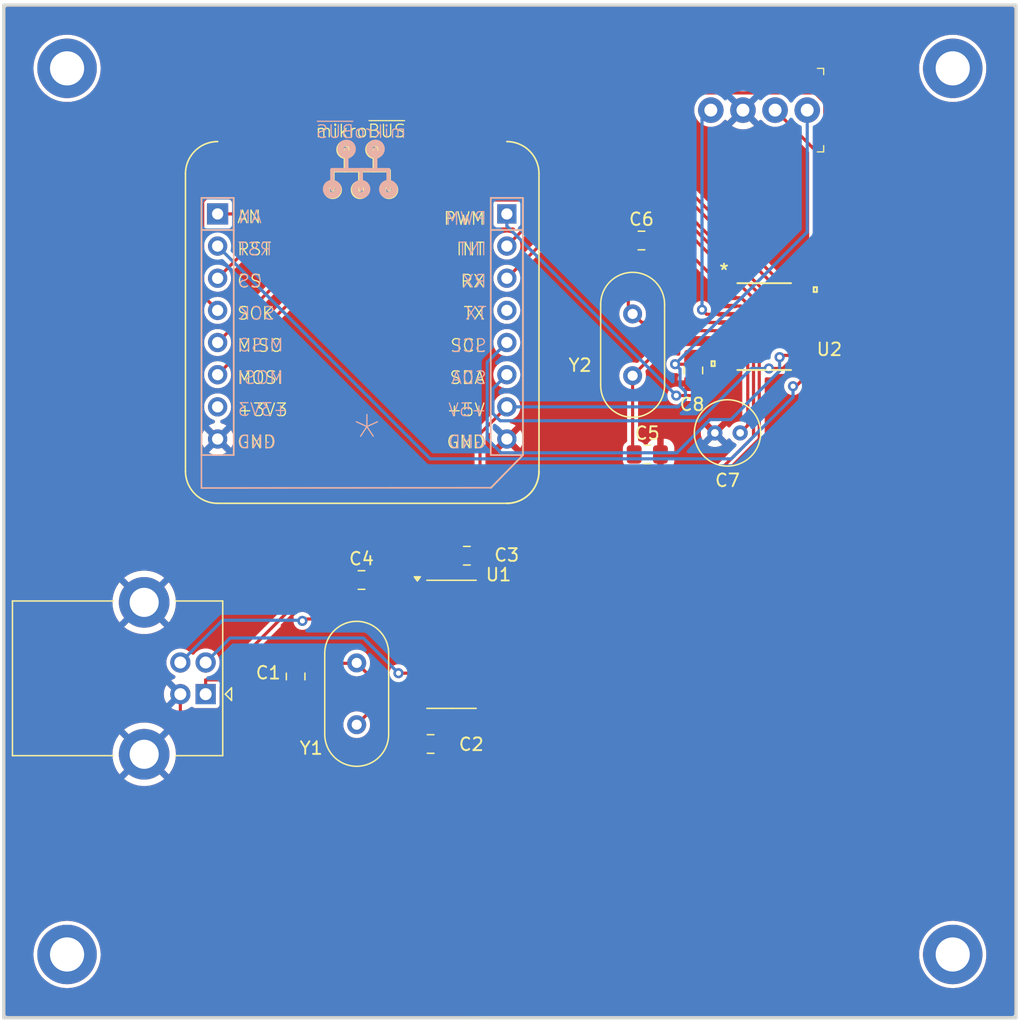
<source format=kicad_pcb>
(kicad_pcb (version 20240108) (generator "pcbnew") (generator_version "8.0")
  (layers (0 "F.Cu" signal) (31 "B.Cu" signal) (34 "B.Paste" user) (35 "F.Paste" user) (36 "B.SilkS" user "B.Silkscreen") (37 "F.SilkS" user "F.Silkscreen") (38 "B.Mask" user) (39 "F.Mask" user) (44 "Edge.Cuts" user))
  (net 0 "")
  (net 1 "Net-(U1-XI)")
  (net 2 "GND")
  (net 3 "Net-(P1-VBUS)")
  (net 4 "Net-(U1-V3)")
  (net 5 "Net-(U2-PA2{slash}OSCOUT)")
  (net 6 "Net-(U2-PA1{slash}OSCIN)")
  (net 7 "Net-(U2-VCAP)")
  (net 8 "Net-(P1-D+)")
  (net 9 "Net-(P1-D-)")
  (net 10 "Net-(P2-MOSI)")
  (net 11 "Net-(P2-RX)")
  (net 13 "Net-(P2-INT)")
  (net 14 "Net-(P2-PWM)")
  (net 15 "Net-(P2-SCK)")
  (net 16 "Net-(P2-MISO)")
  (net 17 "Net-(P2-CS)")
  (net 18 "Net-(P2-SCL)")
  (net 19 "Net-(P2-RST)")
  (net 20 "Net-(P2-AN)")
  (net 22 "Net-(P2-SDA)")
  (net 23 "Net-(U2-PD1{slash}SWIM)")
  (net 24 "Net-(U2-NRST)")
  (net 28 "Net-(U1-TXD)")
  (net 30 "Net-(U1-RXD)")
  (footprint "Capacitor_THT:C_Radial_D5.0mm_H5.0mm_P2.00mm" (layer "F.Cu") (at 188.2 103.8 180)
    (property "Reference" "C7" (at 1 -3.75 180) (layer "F.SilkS"))
    (property "Value" "2.2uF")
    (fp_circle (center 1 0) (end 3.62 0) (stroke (width 0.12)) (fill none) (layer "F.SilkS"))
    (pad "1" thru_hole circle (at 0 0 180) (size 1.2 1.2) (drill 0.6) (layers "*.Cu" "*.Mask") (net 7 "Net-(U2-VCAP)"))
    (pad "2" thru_hole circle (at 2 0 180) (size 1.2 1.2) (drill 0.6) (layers "*.Cu" "*.Mask") (net 2 "GND"))
  )
  (footprint "Capacitor_SMD:C_0805_2012Metric_Pad1.18x1.45mm_HandSolder" (layer "F.Cu") (at 180.862 105.5)
    (property "Reference" "C5" (at 0 -1.68 0) (layer "F.SilkS"))
    (property "Value" "22pF")
    (fp_line (start -0.261252 -0.735) (end 0.261252 -0.735) (stroke (width 0.12)) (layer "F.SilkS"))
    (fp_line (start -0.261252 0.735) (end 0.261252 0.735) (stroke (width 0.12)) (layer "F.SilkS"))
    (pad "1" smd roundrect (at -1.0375 0) (size 1.175 1.45) (layers "F.Cu" "F.Paste" "F.Mask") (roundrect_rratio 0.212766) (net 5 "Net-(U2-PA2{slash}OSCOUT)"))
    (pad "2" smd roundrect (at 1.0375 0) (size 1.175 1.45) (layers "F.Cu" "F.Paste" "F.Mask") (roundrect_rratio 0.212766) (net 2 "GND"))
  )
  (footprint "Capacitor_SMD:C_0805_2012Metric_Pad1.18x1.45mm_HandSolder" (layer "F.Cu") (at 180.4 88.6)
    (property "Reference" "C6" (at 0 -1.68 0) (layer "F.SilkS"))
    (property "Value" "22pF")
    (fp_line (start -0.261252 -0.735) (end 0.261252 -0.735) (stroke (width 0.12)) (layer "F.SilkS"))
    (fp_line (start -0.261252 0.735) (end 0.261252 0.735) (stroke (width 0.12)) (layer "F.SilkS"))
    (pad "1" smd roundrect (at -1.0375 0) (size 1.175 1.45) (layers "F.Cu" "F.Paste" "F.Mask") (roundrect_rratio 0.212766) (net 6 "Net-(U2-PA1{slash}OSCIN)"))
    (pad "2" smd roundrect (at 1.0375 0) (size 1.175 1.45) (layers "F.Cu" "F.Paste" "F.Mask") (roundrect_rratio 0.212766) (net 2 "GND"))
  )
  (footprint "Crystal:Crystal_HC49-4H_Vertical" (layer "F.Cu") (at 179.7 94.4 -90)
    (property "Reference" "Y2" (at 4.05 4.15 0) (layer "F.SilkS"))
    (property "Value" "16Mhz")
    (fp_line (start -0.76 2.525) (end 5.64 2.525) (stroke (width 0.12)) (layer "F.SilkS"))
    (fp_line (start -0.76 -2.525) (end 5.64 -2.525) (stroke (width 0.12)) (layer "F.SilkS"))
    (fp_arc (start -0.76 2.525) (mid -3.285 0) (end -0.76 -2.525) (stroke (width 0.12)) (layer "F.SilkS"))
    (fp_arc (start 5.64 -2.525) (mid 8.165 0) (end 5.64 2.525) (stroke (width 0.12)) (layer "F.SilkS"))
    (pad "1" thru_hole circle (at 0 0 270) (size 1.5 1.5) (drill 0.8) (layers "*.Cu" "*.Mask") (net 6 "Net-(U2-PA1{slash}OSCIN)"))
    (pad "2" thru_hole circle (at 4.88 0 270) (size 1.5 1.5) (drill 0.8) (layers "*.Cu" "*.Mask") (net 5 "Net-(U2-PA2{slash}OSCOUT)"))
  )
  (footprint "digikey-footprints:PinHeader_1x4_P2.54mm_Drill1.02mm" (layer "F.Cu") (at 193.5 78.3 180)
    (property "Reference" "P3" (hide yes))
    (property "Value" "SWIM")
    (fp_line (start -1.3 3.3) (end -0.8 3.3) (stroke (width 0.1)) (layer "F.SilkS"))
    (fp_line (start -1.3 3.3) (end -1.3 2.8) (stroke (width 0.1)) (layer "F.SilkS"))
    (fp_line (start -1.3 -3.3) (end -0.8 -3.3) (stroke (width 0.1)) (layer "F.SilkS"))
    (fp_line (start -1.3 -3.3) (end -1.3 -2.8) (stroke (width 0.1)) (layer "F.SilkS"))
    (pad "1" thru_hole circle (at 0 0 180) (size 2.02 2.02) (drill 1.02) (layers "*.Cu" "*.Mask") (net 3 "Net-(P1-VBUS)"))
    (pad "2" thru_hole circle (at 2.54 0 180) (size 2.02 2.02) (drill 1.02) (layers "*.Cu" "*.Mask") (net 23 "Net-(U2-PD1{slash}SWIM)"))
    (pad "3" thru_hole circle (at 5.08 0 180) (size 2.02 2.02) (drill 1.02) (layers "*.Cu" "*.Mask") (net 2 "GND"))
    (pad "4" thru_hole circle (at 7.62 0 180) (size 2.02 2.02) (drill 1.02) (layers "*.Cu" "*.Mask") (net 24 "Net-(U2-NRST)"))
  )
  (footprint "catu:STM8S103F2P6" (layer "F.Cu") (at 190.1 95.4)
    (property "Reference" "U2" (at 5.15 1.8 0) (layer "F.SilkS"))
    (property "Value" "TSSOP20" (hide yes))
    (fp_line (start -4.1656 2.734498) (end -4.1656 3.115498) (stroke (width 0.1524)) (layer "F.SilkS"))
    (fp_line (start -4.1656 3.115498) (end -3.9116 3.115498) (stroke (width 0.1524)) (layer "F.SilkS"))
    (fp_line (start -3.9116 2.734498) (end -4.1656 2.734498) (stroke (width 0.1524)) (layer "F.SilkS"))
    (fp_line (start -3.9116 3.115498) (end -3.9116 2.734498) (stroke (width 0.1524)) (layer "F.SilkS"))
    (fp_line (start -2.118764 3.429) (end 2.118751 3.429) (stroke (width 0.1524)) (layer "F.SilkS"))
    (fp_line (start 2.118764 -3.429) (end -2.118751 -3.429) (stroke (width 0.1524)) (layer "F.SilkS"))
    (fp_line (start 3.9116 -3.115498) (end 4.1656 -3.115498) (stroke (width 0.1524)) (layer "F.SilkS"))
    (fp_line (start 3.9116 -2.734498) (end 3.9116 -3.115498) (stroke (width 0.1524)) (layer "F.SilkS"))
    (fp_line (start 4.1656 -3.115498) (end 4.1656 -2.734498) (stroke (width 0.1524)) (layer "F.SilkS"))
    (fp_line (start 4.1656 -2.734498) (end 3.9116 -2.734498) (stroke (width 0.1524)) (layer "F.SilkS"))
    (fp_text user "*" (at -3.175 -4.423601 0) (layer "F.SilkS"))
    (pad "1" smd rect (at -2.921 -2.925) (size 1.4732 0.3556) (layers "F.Cu" "F.Paste" "F.Mask") (net 11 "Net-(P2-RX)"))
    (pad "2" smd rect (at -2.921 -2.274999) (size 1.4732 0.3556) (layers "F.Cu" "F.Paste" "F.Mask") (net 30 "Net-(U1-RXD)"))
    (pad "3" smd rect (at -2.921 -1.625001) (size 1.4732 0.3556) (layers "F.Cu" "F.Paste" "F.Mask") (net 28 "Net-(U1-TXD)"))
    (pad "4" smd rect (at -2.921 -0.974999) (size 1.4732 0.3556) (layers "F.Cu" "F.Paste" "F.Mask") (net 24 "Net-(U2-NRST)"))
    (pad "5" smd rect (at -2.921 -0.325001) (size 1.4732 0.3556) (layers "F.Cu" "F.Paste" "F.Mask") (net 6 "Net-(U2-PA1{slash}OSCIN)"))
    (pad "6" smd rect (at -2.921 0.324998) (size 1.4732 0.3556) (layers "F.Cu" "F.Paste" "F.Mask") (net 5 "Net-(U2-PA2{slash}OSCOUT)"))
    (pad "7" smd rect (at -2.921 0.974999) (size 1.4732 0.3556) (layers "F.Cu" "F.Paste" "F.Mask") (net 2 "GND"))
    (pad "8" smd rect (at -2.921 1.624998) (size 1.4732 0.3556) (layers "F.Cu" "F.Paste" "F.Mask") (net 7 "Net-(U2-VCAP)"))
    (pad "9" smd rect (at -2.921 2.274999) (size 1.4732 0.3556) (layers "F.Cu" "F.Paste" "F.Mask") (net 3 "Net-(P1-VBUS)"))
    (pad "10" smd rect (at -2.921 2.924998) (size 1.4732 0.3556) (layers "F.Cu" "F.Paste" "F.Mask") (net 14 "Net-(P2-PWM)"))
    (pad "11" smd rect (at 2.921 2.925) (size 1.4732 0.3556) (layers "F.Cu" "F.Paste" "F.Mask") (net 22 "Net-(P2-SDA)"))
    (pad "12" smd rect (at 2.921 2.275002) (size 1.4732 0.3556) (layers "F.Cu" "F.Paste" "F.Mask") (net 18 "Net-(P2-SCL)"))
    (pad "13" smd rect (at 2.921 1.625001) (size 1.4732 0.3556) (layers "F.Cu" "F.Paste" "F.Mask") (net 13 "Net-(P2-INT)"))
    (pad "14" smd rect (at 2.921 0.975002) (size 1.4732 0.3556) (layers "F.Cu" "F.Paste" "F.Mask") (net 19 "Net-(P2-RST)"))
    (pad "15" smd rect (at 2.921 0.325001) (size 1.4732 0.3556) (layers "F.Cu" "F.Paste" "F.Mask") (net 15 "Net-(P2-SCK)"))
    (pad "16" smd rect (at 2.921 -0.324998) (size 1.4732 0.3556) (layers "F.Cu" "F.Paste" "F.Mask") (net 10 "Net-(P2-MOSI)"))
    (pad "17" smd rect (at 2.921 -0.974999) (size 1.4732 0.3556) (layers "F.Cu" "F.Paste" "F.Mask") (net 16 "Net-(P2-MISO)"))
    (pad "18" smd rect (at 2.921 -1.624998) (size 1.4732 0.3556) (layers "F.Cu" "F.Paste" "F.Mask") (net 23 "Net-(U2-PD1{slash}SWIM)"))
    (pad "19" smd rect (at 2.921 -2.274999) (size 1.4732 0.3556) (layers "F.Cu" "F.Paste" "F.Mask") (net 17 "Net-(P2-CS)"))
    (pad "20" smd rect (at 2.921 -2.924998) (size 1.4732 0.3556) (layers "F.Cu" "F.Paste" "F.Mask") (net 20 "Net-(P2-AN)"))
  )
  (footprint "Capacitor_SMD:C_0805_2012Metric_Pad1.18x1.45mm_HandSolder" (layer "F.Cu") (at 158.273 115.419)
    (property "Reference" "C4" (at 0 -1.68 0) (layer "F.SilkS"))
    (property "Value" "0.1uF")
    (fp_line (start -0.261252 -0.735) (end 0.261252 -0.735) (stroke (width 0.12)) (layer "F.SilkS"))
    (fp_line (start -0.261252 0.735) (end 0.261252 0.735) (stroke (width 0.12)) (layer "F.SilkS"))
    (pad "1" smd roundrect (at -1.0375 0) (size 1.175 1.45) (layers "F.Cu" "F.Paste" "F.Mask") (roundrect_rratio 0.212766) (net 4 "Net-(U1-V3)"))
    (pad "2" smd roundrect (at 1.0375 0) (size 1.175 1.45) (layers "F.Cu" "F.Paste" "F.Mask") (roundrect_rratio 0.212766) (net 2 "GND"))
  )
  (footprint "Package_SO:SOIC-16_3.9x9.9mm_P1.27mm" (layer "F.Cu") (at 165.385 120.499)
    (property "Reference" "U1" (at 3.715 -5.499 0) (layer "F.SilkS"))
    (property "Value" "CH340G")
    (fp_line (start 0 -5.06) (end -1.95 -5.06) (stroke (width 0.12)) (layer "F.SilkS"))
    (fp_line (start 0 -5.06) (end 1.95 -5.06) (stroke (width 0.12)) (layer "F.SilkS"))
    (fp_line (start 0 5.06) (end -1.95 5.06) (stroke (width 0.12)) (layer "F.SilkS"))
    (fp_line (start 0 5.06) (end 1.95 5.06) (stroke (width 0.12)) (layer "F.SilkS"))
    (fp_poly (pts (xy -2.7 -5.005) (xy -2.94 -5.335) (xy -2.46 -5.335) (xy -2.7 -5.005)) (stroke (width 0.12)) (fill solid) (layer "F.SilkS"))
    (pad "1" smd roundrect (at -2.475 -4.445) (size 1.95 0.6) (layers "F.Cu" "F.Paste" "F.Mask") (net 2 "GND"))
    (pad "2" smd roundrect (at -2.475 -3.175) (size 1.95 0.6) (layers "F.Cu" "F.Paste" "F.Mask") (net 28 "Net-(U1-TXD)"))
    (pad "3" smd roundrect (at -2.475 -1.905) (size 1.95 0.6) (layers "F.Cu" "F.Paste" "F.Mask") (net 30 "Net-(U1-RXD)"))
    (pad "4" smd roundrect (at -2.475 -0.635) (size 1.95 0.6) (layers "F.Cu" "F.Paste" "F.Mask") (net 4 "Net-(U1-V3)"))
    (pad "5" smd roundrect (at -2.475 0.635) (size 1.95 0.6) (layers "F.Cu" "F.Paste" "F.Mask") (net 8 "Net-(P1-D+)"))
    (pad "6" smd roundrect (at -2.475 1.905) (size 1.95 0.6) (layers "F.Cu" "F.Paste" "F.Mask") (net 9 "Net-(P1-D-)"))
    (pad "7" smd roundrect (at -2.475 3.175) (size 1.95 0.6) (layers "F.Cu" "F.Paste" "F.Mask") (net 1 "Net-(U1-XI)"))
    (pad "8" smd roundrect (at -2.475 4.445) (size 1.95 0.6) (layers "F.Cu" "F.Paste" "F.Mask") (net 1 "Net-(U1-XI)"))
    (pad "9" smd roundrect (at 2.475 4.445) (size 1.95 0.6) (layers "F.Cu" "F.Paste" "F.Mask"))
    (pad "10" smd roundrect (at 2.475 3.175) (size 1.95 0.6) (layers "F.Cu" "F.Paste" "F.Mask"))
    (pad "11" smd roundrect (at 2.475 1.905) (size 1.95 0.6) (layers "F.Cu" "F.Paste" "F.Mask"))
    (pad "12" smd roundrect (at 2.475 0.635) (size 1.95 0.6) (layers "F.Cu" "F.Paste" "F.Mask"))
    (pad "13" smd roundrect (at 2.475 -0.635) (size 1.95 0.6) (layers "F.Cu" "F.Paste" "F.Mask"))
    (pad "14" smd roundrect (at 2.475 -1.905) (size 1.95 0.6) (layers "F.Cu" "F.Paste" "F.Mask"))
    (pad "15" smd roundrect (at 2.475 -3.175) (size 1.95 0.6) (layers "F.Cu" "F.Paste" "F.Mask"))
    (pad "16" smd roundrect (at 2.475 -4.445) (size 1.95 0.6) (layers "F.Cu" "F.Paste" "F.Mask") (net 3 "Net-(P1-VBUS)"))
  )
  (footprint "Crystal:Crystal_HC49-4H_Vertical" (layer "F.Cu") (at 157.892 126.849 90)
    (property "Reference" "Y1" (at -1.851 -3.592 180) (layer "F.SilkS"))
    (property "Value" "12Mhz")
    (fp_line (start -0.76 -2.525) (end 5.64 -2.525) (stroke (width 0.12)) (layer "F.SilkS"))
    (fp_line (start -0.76 2.525) (end 5.64 2.525) (stroke (width 0.12)) (layer "F.SilkS"))
    (fp_arc (start 5.64 -2.525) (mid 8.165 0) (end 5.64 2.525) (stroke (width 0.12)) (layer "F.SilkS"))
    (fp_arc (start -0.76 2.525) (mid -3.285 0) (end -0.76 -2.525) (stroke (width 0.12)) (layer "F.SilkS"))
    (pad "1" thru_hole circle (at 0 0 90) (size 1.5 1.5) (drill 0.8) (layers "*.Cu" "*.Mask") (net 1 "Net-(U1-XI)"))
    (pad "2" thru_hole circle (at 4.88 0 90) (size 1.5 1.5) (drill 0.8) (layers "*.Cu" "*.Mask") (net 1 "Net-(U1-XI)"))
  )
  (footprint "Capacitor_SMD:C_0805_2012Metric_Pad1.18x1.45mm_HandSolder" (layer "F.Cu") (at 166.6 113.5 180)
    (property "Reference" "C3" (at -3.15 0.05 180) (layer "F.SilkS"))
    (property "Value" "0.1uF")
    (fp_line (start -0.261252 0.735) (end 0.261252 0.735) (stroke (width 0.12)) (layer "F.SilkS"))
    (fp_line (start -0.261252 -0.735) (end 0.261252 -0.735) (stroke (width 0.12)) (layer "F.SilkS"))
    (pad "1" smd roundrect (at -1.0375 0 180) (size 1.175 1.45) (layers "F.Cu" "F.Paste" "F.Mask") (roundrect_rratio 0.212766) (net 3 "Net-(P1-VBUS)"))
    (pad "2" smd roundrect (at 1.0375 0 180) (size 1.175 1.45) (layers "F.Cu" "F.Paste" "F.Mask") (roundrect_rratio 0.212766) (net 2 "GND"))
  )
  (footprint "Capacitor_SMD:C_0805_2012Metric_Pad1.18x1.45mm_HandSolder" (layer "F.Cu") (at 163.734 128.373)
    (property "Reference" "C2" (at 3.216 0.027 0) (layer "F.SilkS"))
    (property "Value" "22pF")
    (fp_line (start -0.261252 -0.735) (end 0.261252 -0.735) (stroke (width 0.12)) (layer "F.SilkS"))
    (fp_line (start -0.261252 0.735) (end 0.261252 0.735) (stroke (width 0.12)) (layer "F.SilkS"))
    (pad "1" smd roundrect (at -1.0375 0) (size 1.175 1.45) (layers "F.Cu" "F.Paste" "F.Mask") (roundrect_rratio 0.212766) (net 1 "Net-(U1-XI)"))
    (pad "2" smd roundrect (at 1.0375 0) (size 1.175 1.45) (layers "F.Cu" "F.Paste" "F.Mask") (roundrect_rratio 0.212766) (net 2 "GND"))
  )
  (footprint "Capacitor_SMD:C_0805_2012Metric_Pad1.18x1.45mm_HandSolder" (layer "F.Cu") (at 153.066 123.039 -90)
    (property "Reference" "C1" (at -0.289 2.166 0) (layer "F.SilkS"))
    (property "Value" "22pF")
    (fp_line (start -0.261252 0.735) (end 0.261252 0.735) (stroke (width 0.12)) (layer "F.SilkS"))
    (fp_line (start -0.261252 -0.735) (end 0.261252 -0.735) (stroke (width 0.12)) (layer "F.SilkS"))
    (pad "1" smd roundrect (at -1.0375 0 270) (size 1.175 1.45) (layers "F.Cu" "F.Paste" "F.Mask") (roundrect_rratio 0.212766) (net 1 "Net-(U1-XI)"))
    (pad "2" smd roundrect (at 1.0375 0 270) (size 1.175 1.45) (layers "F.Cu" "F.Paste" "F.Mask") (roundrect_rratio 0.212766) (net 2 "GND"))
  )
  (footprint "Connector_USB:USB_B_Lumberg_2411_02_Horizontal" (layer "F.Cu") (at 145.954 124.436 180)
    (property "Reference" "P1" (hide yes))
    (property "Value" "USB_B" (hide yes))
    (fp_line (start 15.27 7.36) (end 15.27 -4.86) (stroke (width 0.12)) (layer "F.SilkS"))
    (fp_line (start 15.27 7.36) (end 7.3 7.36) (stroke (width 0.12)) (layer "F.SilkS"))
    (fp_line (start 15.27 -4.86) (end 7.3 -4.86) (stroke (width 0.12)) (layer "F.SilkS"))
    (fp_line (start -1.35 7.36) (end 2.4 7.36) (stroke (width 0.12)) (layer "F.SilkS"))
    (fp_line (start -1.35 7.36) (end -1.35 -4.86) (stroke (width 0.12)) (layer "F.SilkS"))
    (fp_line (start -1.35 -4.86) (end 2.4 -4.86) (stroke (width 0.12)) (layer "F.SilkS"))
    (fp_line (start -1.55 0) (end -2.05 -0.5) (stroke (width 0.12)) (layer "F.SilkS"))
    (fp_line (start -2.05 0.5) (end -1.55 0) (stroke (width 0.12)) (layer "F.SilkS"))
    (fp_line (start -2.05 -0.5) (end -2.05 0.5) (stroke (width 0.12)) (layer "F.SilkS"))
    (pad "1" thru_hole rect (at 0 0 270) (size 1.6 1.6) (drill 0.95) (layers "*.Cu" "*.Mask") (net 3 "Net-(P1-VBUS)"))
    (pad "2" thru_hole circle (at 0 2.5 270) (size 1.6 1.6) (drill 0.95) (layers "*.Cu" "*.Mask") (net 9 "Net-(P1-D-)"))
    (pad "3" thru_hole circle (at 2 2.5 270) (size 1.6 1.6) (drill 0.95) (layers "*.Cu" "*.Mask") (net 8 "Net-(P1-D+)"))
    (pad "4" thru_hole circle (at 2 0 270) (size 1.6 1.6) (drill 0.95) (layers "*.Cu" "*.Mask") (net 2 "GND"))
    (pad "5" thru_hole circle (at 4.86 -4.75 270) (size 4 4) (drill 2.3) (layers "*.Cu" "*.Mask") (net 2 "GND"))
    (pad "5" thru_hole circle (at 4.86 7.25 270) (size 4 4) (drill 2.3) (layers "*.Cu" "*.Mask") (net 2 "GND"))
  )
  (footprint "catu:MIKROBUS_HOST_CONN" (layer "F.Cu") (at 146.9 86.5)
    (property "Reference" "P2" (hide yes))
    (property "Value" "*" (hide yes))
    (fp_line (start -1.28 19.03) (end -1.28 21.65) (stroke (width 0.127)) (layer "B.SilkS"))
    (fp_line (start -1.28 21.65) (end 21.59 21.63) (stroke (width 0.127)) (layer "B.SilkS"))
    (fp_line (start -1.27 -1.27) (end -1.27 1.27) (stroke (width 0.127)) (layer "B.SilkS"))
    (fp_line (start -1.27 1.27) (end -1.27 19.05) (stroke (width 0.127)) (layer "B.SilkS"))
    (fp_line (start -1.27 1.27) (end 1.27 1.27) (stroke (width 0.127)) (layer "B.SilkS"))
    (fp_line (start -1.27 19.05) (end 1.27 19.05) (stroke (width 0.127)) (layer "B.SilkS"))
    (fp_line (start 1.27 -1.27) (end -1.27 -1.27) (stroke (width 0.127)) (layer "B.SilkS"))
    (fp_line (start 1.27 1.27) (end 1.27 -1.27) (stroke (width 0.127)) (layer "B.SilkS"))
    (fp_line (start 1.27 19.05) (end 1.27 1.27) (stroke (width 0.127)) (layer "B.SilkS"))
    (fp_line (start 9.049 -3.4798) (end 9.049 -1.9558) (stroke (width 0.3048)) (layer "B.SilkS"))
    (fp_line (start 10.192 -3.4798) (end 9.049 -3.4798) (stroke (width 0.3048)) (layer "B.SilkS"))
    (fp_line (start 10.192 -3.4798) (end 10.192 -5.1308) (stroke (width 0.3048)) (layer "B.SilkS"))
    (fp_line (start 11.335 -3.4798) (end 10.192 -3.4798) (stroke (width 0.3048)) (layer "B.SilkS"))
    (fp_line (start 11.335 -3.4798) (end 11.335 -1.9558) (stroke (width 0.3048)) (layer "B.SilkS"))
    (fp_line (start 12.478 -3.4798) (end 11.335 -3.4798) (stroke (width 0.3048)) (layer "B.SilkS"))
    (fp_line (start 12.478 -3.4798) (end 12.478 -5.1308) (stroke (width 0.3048)) (layer "B.SilkS"))
    (fp_line (start 13.494 -3.4798) (end 12.478 -3.4798) (stroke (width 0.3048)) (layer "B.SilkS"))
    (fp_line (start 13.494 -3.4798) (end 13.494 -1.9558) (stroke (width 0.3048)) (layer "B.SilkS"))
    (fp_line (start 21.59 -1.27) (end 21.59 1.27) (stroke (width 0.127)) (layer "B.SilkS"))
    (fp_line (start 21.59 -1.27) (end 24.13 -1.27) (stroke (width 0.127)) (layer "B.SilkS"))
    (fp_line (start 21.59 1.27) (end 21.59 19.05) (stroke (width 0.127)) (layer "B.SilkS"))
    (fp_line (start 21.59 1.27) (end 24.13 1.27) (stroke (width 0.127)) (layer "B.SilkS"))
    (fp_line (start 21.59 19.05) (end 24.13 19.05) (stroke (width 0.127)) (layer "B.SilkS"))
    (fp_line (start 24.13 -1.27) (end 24.13 19.05) (stroke (width 0.127)) (layer "B.SilkS"))
    (fp_line (start 24.13 19.05) (end 21.59 21.64) (stroke (width 0.127)) (layer "B.SilkS"))
    (fp_circle (center 9.049 -1.9558) (end 9.2776 -1.9558) (stroke (width 0.508)) (fill none) (layer "B.SilkS"))
    (fp_circle (center 10.192 -5.1308) (end 10.4206 -5.1308) (stroke (width 0.508)) (fill none) (layer "B.SilkS"))
    (fp_circle (center 11.335 -1.9558) (end 11.5636 -1.9558) (stroke (width 0.508)) (fill none) (layer "B.SilkS"))
    (fp_circle (center 12.478 -5.1308) (end 12.7066 -5.1308) (stroke (width 0.508)) (fill none) (layer "B.SilkS"))
    (fp_circle (center 13.494 -1.9558) (end 13.7226 -1.9558) (stroke (width 0.508)) (fill none) (layer "B.SilkS"))
    (fp_line (start -2.54 -3.175) (end -2.54 20.32) (stroke (width 0.127)) (layer "F.SilkS"))
    (fp_line (start -1.27 -1.27) (end -1.27 1.27) (stroke (width 0.127)) (layer "F.SilkS"))
    (fp_line (start -1.27 1.27) (end -1.27 19.05) (stroke (width 0.127)) (layer "F.SilkS"))
    (fp_line (start -1.27 1.27) (end 1.27 1.27) (stroke (width 0.127)) (layer "F.SilkS"))
    (fp_line (start -1.27 19.05) (end 1.27 19.05) (stroke (width 0.127)) (layer "F.SilkS"))
    (fp_line (start 0 22.86) (end 22.86 22.86) (stroke (width 0.127)) (layer "F.SilkS"))
    (fp_line (start 1.27 -1.27) (end -1.27 -1.27) (stroke (width 0.127)) (layer "F.SilkS"))
    (fp_line (start 1.27 1.27) (end 1.27 -1.27) (stroke (width 0.127)) (layer "F.SilkS"))
    (fp_line (start 1.27 19.05) (end 1.27 1.27) (stroke (width 0.127)) (layer "F.SilkS"))
    (fp_line (start 9.096 -3.429) (end 9.096 -1.905) (stroke (width 0.3048)) (layer "F.SilkS"))
    (fp_line (start 9.096 -3.429) (end 10.112 -3.429) (stroke (width 0.3048)) (layer "F.SilkS"))
    (fp_line (start 10.112 -3.429) (end 10.112 -5.08) (stroke (width 0.3048)) (layer "F.SilkS"))
    (fp_line (start 10.112 -3.429) (end 11.255 -3.429) (stroke (width 0.3048)) (layer "F.SilkS"))
    (fp_line (start 11.255 -3.429) (end 11.255 -1.905) (stroke (width 0.3048)) (layer "F.SilkS"))
    (fp_line (start 11.255 -3.429) (end 12.398 -3.429) (stroke (width 0.3048)) (layer "F.SilkS"))
    (fp_line (start 12.398 -3.429) (end 12.398 -5.08) (stroke (width 0.3048)) (layer "F.SilkS"))
    (fp_line (start 12.398 -3.429) (end 13.541 -3.429) (stroke (width 0.3048)) (layer "F.SilkS"))
    (fp_line (start 13.541 -3.429) (end 13.541 -1.905) (stroke (width 0.3048)) (layer "F.SilkS"))
    (fp_line (start 21.59 -1.27) (end 21.59 1.27) (stroke (width 0.127)) (layer "F.SilkS"))
    (fp_line (start 21.59 -1.27) (end 24.13 -1.27) (stroke (width 0.127)) (layer "F.SilkS"))
    (fp_line (start 21.59 1.27) (end 21.59 19.05) (stroke (width 0.127)) (layer "F.SilkS"))
    (fp_line (start 21.59 1.27) (end 24.13 1.27) (stroke (width 0.127)) (layer "F.SilkS"))
    (fp_line (start 21.59 19.05) (end 24.13 19.05) (stroke (width 0.127)) (layer "F.SilkS"))
    (fp_line (start 24.13 -1.27) (end 24.13 19.05) (stroke (width 0.127)) (layer "F.SilkS"))
    (fp_line (start 24.13 19.05) (end 21.6 21.64) (stroke (width 0.127)) (layer "F.SilkS"))
    (fp_line (start 25.4 -3.175) (end 25.4 20.32) (stroke (width 0.127)) (layer "F.SilkS"))
    (fp_arc (start -2.54 -3.175) (mid -1.796051 -4.971051) (end 0 -5.715) (stroke (width 0.127)) (layer "F.SilkS"))
    (fp_arc (start 0 22.86) (mid -1.796051 22.116051) (end -2.54 20.32) (stroke (width 0.127)) (layer "F.SilkS"))
    (fp_arc (start 22.86 -5.715) (mid 24.656051 -4.971051) (end 25.4 -3.175) (stroke (width 0.127)) (layer "F.SilkS"))
    (fp_arc (start 25.4 20.32) (mid 24.656051 22.116051) (end 22.86 22.86) (stroke (width 0.127)) (layer "F.SilkS"))
    (fp_arc (start 25.4 20.32) (mid 24.656051 22.116051) (end 22.86 22.86) (stroke (width 0.127)) (layer "F.SilkS"))
    (fp_circle (center 9.096 -1.905) (end 9.3246 -1.905) (stroke (width 0.508)) (fill none) (layer "F.SilkS"))
    (fp_circle (center 10.112 -5.08) (end 10.3406 -5.08) (stroke (width 0.508)) (fill none) (layer "F.SilkS"))
    (fp_circle (center 11.255 -1.905) (end 11.4836 -1.905) (stroke (width 0.508)) (fill none) (layer "F.SilkS"))
    (fp_circle (center 12.398 -5.08) (end 12.6266 -5.08) (stroke (width 0.508)) (fill none) (layer "F.SilkS"))
    (fp_circle (center 13.541 -1.905) (end 13.7696 -1.905) (stroke (width 0.508)) (fill none) (layer "F.SilkS"))
    (fp_text user "GND" (at 19.743847 18.015 0) (layer "B.SilkS") (effects (font (thickness 0.1)) (justify mirror)))
    (fp_text user "+3V3" (at 3.59581 15.4496 0) (layer "B.SilkS") (effects (font (thickness 0.1)) (justify mirror)))
    (fp_text user "CS" (at 2.572 5.2896 0) (layer "B.SilkS") (effects (font (thickness 0.1)) (justify mirror)))
    (fp_text user "PWM" (at 19.6248 0.362 0) (layer "B.SilkS") (effects (font (thickness 0.1)) (justify mirror)))
    (fp_text user "SCL" (at 19.886704 10.395 0) (layer "B.SilkS") (effects (font (thickness 0.1)) (justify mirror)))
    (fp_text user "TX" (at 20.410514 7.855 0) (layer "B.SilkS") (effects (font (thickness 0.1)) (justify mirror)))
    (fp_text user "AN" (at 2.548191 0.235 0) (layer "B.SilkS") (effects (font (thickness 0.1)) (justify mirror)))
    (fp_text user "RX" (at 20.291466 5.315 0) (layer "B.SilkS") (effects (font (thickness 0.1)) (justify mirror)))
    (fp_text user "RST" (at 2.952953 2.775 0) (layer "B.SilkS") (effects (font (thickness 0.1)) (justify mirror)))
    (fp_text user "MISO" (at 3.405334 10.3696 0) (layer "B.SilkS") (effects (font (thickness 0.1)) (justify mirror)))
    (fp_text user "*" (at 11.8 18 0) (layer "B.SilkS") (effects (font (size 4 3.5) (thickness 0.1)) (justify mirror)))
    (fp_text user "MOSI" (at 3.405334 12.935 0) (layer "B.SilkS") (effects (font (thickness 0.1)) (justify mirror)))
    (fp_text user "+5V" (at 19.743847 15.475 0) (layer "B.SilkS") (effects (font (thickness 0.1)) (justify mirror)))
    (fp_text user "INT" (at 20.1248 2.775 0) (layer "B.SilkS") (effects (font (thickness 0.1)) (justify mirror)))
    (fp_text user "mikro~{BUS}" (at 11.35 -6.5 0) (layer "B.SilkS") (effects (font (thickness 0.1)) (justify mirror)))
    (fp_text user "GND" (at 3.119619 18.015 0) (layer "B.SilkS") (effects (font (thickness 0.1)) (justify mirror)))
    (fp_text user "SCK" (at 3.072 7.855 0) (layer "B.SilkS") (effects (font (thickness 0.1)) (justify mirror)))
    (fp_text user "SDA" (at 19.862895 12.935 0) (layer "B.SilkS") (effects (font (thickness 0.1)) (justify mirror)))
    (fp_text user "RX" (at 20.1642 5.315 0) (layer "F.SilkS") (effects (font (thickness 0.1))))
    (fp_text user "MISO" (at 3.349524 10.395 0) (layer "F.SilkS") (effects (font (thickness 0.1))))
    (fp_text user "MOSI" (at 3.349524 12.935 0) (layer "F.SilkS") (effects (font (thickness 0.1))))
    (fp_text user "SDA" (at 19.735629 12.935 0) (layer "F.SilkS") (effects (font (thickness 0.1))))
    (fp_text user "AN" (at 2.492381 0.235 0) (layer "F.SilkS") (effects (font (thickness 0.1))))
    (fp_text user "mikro~{BUS}" (at 11.3 -6.55 0) (layer "F.SilkS") (effects (font (thickness 0.1))))
    (fp_text user "+5V" (at 19.616581 15.475 0) (layer "F.SilkS") (effects (font (thickness 0.1))))
    (fp_text user "PWM" (at 19.497534 0.362 0) (layer "F.SilkS") (effects (font (thickness 0.1))))
    (fp_text user "SCL" (at 19.759438 10.395 0) (layer "F.SilkS") (effects (font (thickness 0.1))))
    (fp_text user "GND" (at 3.063809 18.015 0) (layer "F.SilkS") (effects (font (thickness 0.1))))
    (fp_text user "RST" (at 2.897143 2.775 0) (layer "F.SilkS") (effects (font (thickness 0.1))))
    (fp_text user "INT" (at 19.997534 2.775 0) (layer "F.SilkS") (effects (font (thickness 0.1))))
    (fp_text user "+3V3" (at 3.54 15.475 0) (layer "F.SilkS") (effects (font (thickness 0.1))))
    (fp_text user "CS" (at 2.51619 5.315 0) (layer "F.SilkS") (effects (font (thickness 0.1))))
    (fp_text user "GND" (at 19.616581 18.015 0) (layer "F.SilkS") (effects (font (thickness 0.1))))
    (fp_text user "TX" (at 20.283248 7.855 0) (layer "F.SilkS") (effects (font (thickness 0.1))))
    (fp_text user "SCK" (at 3.01619 7.855 0) (layer "F.SilkS") (effects (font (thickness 0.1))))
    (pad "P1" thru_hole rect (at 0 0) (size 1.6764 1.6764) (drill 0.889) (layers "*.Cu" "*.Mask") (net 20 "Net-(P2-AN)"))
    (pad "P2" thru_hole circle (at 0 2.54) (size 1.524 1.524) (drill 0.889) (layers "*.Cu" "*.Mask") (net 19 "Net-(P2-RST)"))
    (pad "P3" thru_hole circle (at 0 5.08) (size 1.524 1.524) (drill 0.889) (layers "*.Cu" "*.Mask") (net 17 "Net-(P2-CS)"))
    (pad "P4" thru_hole circle (at 0 7.62) (size 1.524 1.524) (drill 0.889) (layers "*.Cu" "*.Mask") (net 15 "Net-(P2-SCK)"))
    (pad "P5" thru_hole circle (at 0 10.16) (size 1.524 1.524) (drill 0.889) (layers "*.Cu" "*.Mask") (net 16 "Net-(P2-MISO)"))
    (pad "P6" thru_hole circle (at 0 12.7) (size 1.524 1.524) (drill 0.889) (layers "*.Cu" "*.Mask") (net 10 "Net-(P2-MOSI)"))
    (pad "P7" thru_hole circle (at 0 15.24) (size 1.524 1.524) (drill 0.889) (layers "*.Cu" "*.Mask"))
    (pad "P8" thru_hole circle (at 0 17.78) (size 1.524 1.524) (drill 0.889) (layers "*.Cu" "*.Mask") (net 2 "GND"))
    (pad "P9" thru_hole circle (at 22.86 17.78) (size 1.524 1.524) (drill 0.889) (layers "*.Cu" "*.Mask") (net 2 "GND"))
    (pad "P10" thru_hole circle (at 22.86 15.24) (size 1.524 1.524) (drill 0.889) (layers "*.Cu" "*.Mask") (net 3 "Net-(P1-VBUS)"))
    (pad "P11" thru_hole circle (at 22.86 12.7) (size 1.524 1.524) (drill 0.889) (layers "*.Cu" "*.Mask") (net 22 "Net-(P2-SDA)"))
    (pad "P12" thru_hole circle (at 22.86 10.16) (size 1.524 1.524) (drill 0.889) (layers "*.Cu" "*.Mask") (net 18 "Net-(P2-SCL)"))
    (pad "P13" thru_hole circle (at 22.86 7.62) (size 1.524 1.524) (drill 0.889) (layers "*.Cu" "*.Mask"))
    (pad "P14" thru_hole circle (at 22.86 5.08) (size 1.524 1.524) (drill 0.889) (layers "*.Cu" "*.Mask") (net 11 "Net-(P2-RX)"))
    (pad "P15" thru_hole circle (at 22.86 2.54) (size 1.524 1.524) (drill 0.889) (layers "*.Cu" "*.Mask") (net 13 "Net-(P2-INT)"))
    (pad "P16" thru_hole rect (at 22.86 0) (size 1.524 1.524) (drill 0.889) (layers "*.Cu" "*.Mask") (net 14 "Net-(P2-PWM)"))
  )
  (footprint "MountingHole:MountingHole_2.7mm_M2.5_DIN965_Pad" (layer "F.Cu") (at 135 75)
    (property "Reference" "H1" (hide yes))
    (property "Value" "MountingHole" (hide yes))
    (pad "1" thru_hole circle (at 0 0) (size 4.7 4.7) (drill 2.7) (layers "*.Cu" "*.Mask"))
  )
  (footprint "MountingHole:MountingHole_2.7mm_M2.5_DIN965_Pad" (layer "F.Cu") (at 205 75)
    (property "Reference" "H2" (hide yes))
    (property "Value" "MountingHole" (hide yes))
    (pad "1" thru_hole circle (at 0 0) (size 4.7 4.7) (drill 2.7) (layers "*.Cu" "*.Mask"))
  )
  (footprint "MountingHole:MountingHole_2.7mm_M2.5_DIN965_Pad" (layer "F.Cu") (at 205 145)
    (property "Reference" "H4" (hide yes))
    (property "Value" "MountingHole" (hide yes))
    (pad "1" thru_hole circle (at 0 0) (size 4.7 4.7) (drill 2.7) (layers "*.Cu" "*.Mask"))
  )
  (footprint "MountingHole:MountingHole_2.7mm_M2.5_DIN965_Pad" (layer "F.Cu") (at 135 145)
    (property "Reference" "H3" (hide yes))
    (property "Value" "MountingHole" (hide yes))
    (pad "1" thru_hole circle (at 0 0) (size 4.7 4.7) (drill 2.7) (layers "*.Cu" "*.Mask"))
  )
  (footprint "Capacitor_SMD:C_0805_2012Metric_Pad1.18x1.45mm_HandSolder" (layer "F.Cu") (at 184.5 98.8625 -90)
    (property "Reference" "C8" (at 2.6875 0.1 0) (layer "F.SilkS"))
    (property "Value" "0.1uF")
    (fp_line (start -0.261252 0.735) (end 0.261252 0.735) (stroke (width 0.12)) (layer "F.SilkS"))
    (fp_line (start -0.261252 -0.735) (end 0.261252 -0.735) (stroke (width 0.12)) (layer "F.SilkS"))
    (pad "1" smd roundrect (at -1.0375 0 270) (size 1.175 1.45) (layers "F.Cu" "F.Paste" "F.Mask") (roundrect_rratio 0.212766) (net 3 "Net-(P1-VBUS)"))
    (pad "2" smd roundrect (at 1.0375 0 270) (size 1.175 1.45) (layers "F.Cu" "F.Paste" "F.Mask") (roundrect_rratio 0.212766) (net 2 "GND"))
  )
  (gr_line (start 130 70) (end 210 70) (stroke (width 0.254)) (layer "Edge.Cuts"))
  (gr_line (start 130 150) (end 210 150) (stroke (width 0.254)) (layer "Edge.Cuts"))
  (gr_line (start 130 70) (end 130 150) (stroke (width 0.254)) (layer "Edge.Cuts"))
  (gr_line (start 210 150) (end 210 70) (stroke (width 0.254)) (layer "Edge.Cuts"))
  (segment (start 153.0665 122.002) (end 153.066 122.0015) (width 0.25) (layer "F.Cu") (net 1))
  (segment (start 159.597 123.674) (end 161.2535 123.674) (width 0.25) (layer "F.Cu") (net 1))
  (segment (start 157.892 126.849) (end 159.797 124.944) (width 0.25) (layer "F.Cu") (net 1))
  (segment (start 162.696 125.158) (end 162.91 124.944) (width 0.25) (layer "F.Cu") (net 1))
  (segment (start 157.86 122.002) (end 157.892 121.969) (width 0.25) (layer "F.Cu") (net 1))
  (segment (start 157.892 121.969) (end 159.597 123.674) (width 0.25) (layer "F.Cu") (net 1))
  (segment (start 162.6965 126.766) (end 162.6965 128.373) (width 0.25) (layer "F.Cu") (net 1))
  (segment (start 161.2535 123.674) (end 161.2535 124.944) (width 0.25) (layer "F.Cu") (net 1))
  (segment (start 159.797 124.944) (end 161.2535 124.944) (width 0.25) (layer "F.Cu") (net 1))
  (segment (start 161.2535 124.944) (end 162.91 124.944) (width 0.25) (layer "F.Cu") (net 1))
  (segment (start 162.696 128.373) (end 162.696 126.7655) (width 0.25) (layer "F.Cu") (net 1))
  (segment (start 162.696 126.7655) (end 162.696 125.158) (width 0.25) (layer "F.Cu") (net 1))
  (segment (start 161.2535 123.674) (end 162.91 123.674) (width 0.25) (layer "F.Cu") (net 1))
  (segment (start 153.066 122.002) (end 153.0665 122.002) (width 0.25) (layer "F.Cu") (net 1))
  (segment (start 153.0665 122.002) (end 157.86 122.002) (width 0.25) (layer "F.Cu") (net 1))
  (segment (start 162.696 126.7655) (end 162.6965 126.766) (width 0.25) (layer "F.Cu") (net 1))
  (segment (start 181.9 105.5) (end 181.9 99.8) (width 0.25) (layer "F.Cu") (net 2))
  (segment (start 180.388 87.55) (end 178.78 87.55) (width 0.25) (layer "F.Cu") (net 2))
  (segment (start 184.5 99.9) (end 182 99.9) (width 0.25) (layer "F.Cu") (net 2))
  (segment (start 158.26 114.369) (end 159.31 115.419) (width 0.25) (layer "F.Cu") (net 2))
  (segment (start 178.78 87.55) (end 176.7 89.6299) (width 0.25) (layer "F.Cu") (net 2))
  (segment (start 153.066 124.076) (end 152.016 123.026) (width 0.25) (layer "F.Cu") (net 2))
  (segment (start 182 99.9) (end 181.9 99.8) (width 0.25) (layer "F.Cu") (net 2))
  (segment (start 181.9 97.9505) (end 183.475 96.375) (width 0.25) (layer "F.Cu") (net 2))
  (segment (start 181.45 107.05) (end 181.9 106.6) (width 0.25) (layer "F.Cu") (net 2))
  (segment (start 153.066 125.65) (end 157.916 130.5) (width 0.25) (layer "F.Cu") (net 2))
  (segment (start 143.954 124.436) (end 143.954 125.804) (width 0.25) (layer "F.Cu") (net 2))
  (segment (start 143.954 125.804) (end 144.35 126.2) (width 0.25) (layer "F.Cu") (net 2))
  (segment (start 164.772 129.228) (end 164.772 128.373) (width 0.25) (layer "F.Cu") (net 2))
  (segment (start 181.438 88.6) (end 180.388 87.55) (width 0.25) (layer "F.Cu") (net 2))
  (segment (start 157.916 130.5) (end 163.5 130.5) (width 0.25) (layer "F.Cu") (net 2))
  (segment (start 181.9 106.6) (end 181.9 105.5) (width 0.25) (layer "F.Cu") (net 2))
  (segment (start 162.275 115.419) (end 162.91 116.054) (width 0.25) (layer "F.Cu") (net 2))
  (segment (start 152.016 123.026) (end 152.016 119.006) (width 0.25) (layer "F.Cu") (net 2))
  (segment (start 165.464 113.5) (end 162.91 116.054) (width 0.25) (layer "F.Cu") (net 2))
  (segment (start 163.5 130.5) (end 164.772 129.228) (width 0.25) (layer "F.Cu") (net 2))
  (segment (start 159.31 115.419) (end 159.3105 115.419) (width 0.25) (layer "F.Cu") (net 2))
  (segment (start 156.653 114.369) (end 158.26 114.369) (width 0.25) (layer "F.Cu") (net 2))
  (segment (start 169.76 104.28) (end 172.53 107.05) (width 0.25) (layer "F.Cu") (net 2))
  (segment (start 144.35 126.2) (end 152.65 126.2) (width 0.25) (layer "F.Cu") (net 2))
  (segment (start 186.2 103.8) (end 184.5 105.5) (width 0.25) (layer "F.Cu") (net 2))
  (segment (start 183.475 96.375) (end 187.179 96.375) (width 0.25) (layer "F.Cu") (net 2))
  (segment (start 184.5 105.5) (end 181.9 105.5) (width 0.25) (layer "F.Cu") (net 2))
  (segment (start 176.7 107.05) (end 181.45 107.05) (width 0.25) (layer "F.Cu") (net 2))
  (segment (start 153.066 125.65) (end 153.066 124.0765) (width 0.25) (layer "F.Cu") (net 2))
  (segment (start 152.65 126.2) (end 153.066 125.784) (width 0.25) (layer "F.Cu") (net 2))
  (segment (start 153.066 125.784) (end 153.066 125.65) (width 0.25) (layer "F.Cu") (net 2))
  (segment (start 176.7 89.6299) (end 176.7 107.05) (width 0.25) (layer "F.Cu") (net 2))
  (segment (start 159.3105 115.419) (end 162.275 115.419) (width 0.25) (layer "F.Cu") (net 2))
  (segment (start 181.9 99.8) (end 181.9 97.9505) (width 0.25) (layer "F.Cu") (net 2))
  (segment (start 152.016 119.006) (end 156.653 114.369) (width 0.25) (layer "F.Cu") (net 2))
  (segment (start 172.53 107.05) (end 176.7 107.05) (width 0.25) (layer "F.Cu") (net 2))
  (segment (start 153.066 124.0765) (end 153.066 124.076) (width 0.25) (layer "F.Cu") (net 2))
  (segment (start 165.562 113.5) (end 165.464 113.5) (width 0.25) (layer "F.Cu") (net 2))
  (segment (start 167.6375 113.5) (end 167.6375 106.9894) (width 0.25) (layer "F.Cu") (net 3))
  (segment (start 184.5 97.825) (end 184.65 97.675) (width 0.25) (layer "F.Cu") (net 3))
  (segment (start 167.638 115.832) (end 167.86 116.054) (width 0.25) (layer "F.Cu") (net 3))
  (segment (start 167.6375 113.5) (end 167.638 113.5) (width 0.25) (layer "F.Cu") (net 3))
  (segment (start 167.6375 106.9894) (end 163.3795 106.9894) (width 0.25) (layer "F.Cu") (net 3))
  (segment (start 163.3795 106.9894) (end 147.0596 123.3093) (width 0.25) (layer "F.Cu") (net 3))
  (segment (start 167.6375 106.9894) (end 167.6375 103.8625) (width 0.25) (layer "F.Cu") (net 3))
  (segment (start 183.9529 98.3721) (end 184.5 97.825) (width 0.25) (layer "F.Cu") (net 3))
  (segment (start 184.65 97.675) (end 187.179 97.675) (width 0.25) (layer "F.Cu") (net 3))
  (segment (start 183.0577 98.3721) (end 183.9529 98.3721) (width 0.25) (layer "F.Cu") (net 3))
  (segment (start 167.6375 103.8625) (end 169.76 101.74) (width 0.25) (layer "F.Cu") (net 3))
  (segment (start 145.954 124.436) (end 145.954 123.3093) (width 0.25) (layer "F.Cu") (net 3))
  (segment (start 167.638 113.5) (end 167.638 115.832) (width 0.25) (layer "F.Cu") (net 3))
  (segment (start 147.0596 123.3093) (end 145.954 123.3093) (width 0.25) (layer "F.Cu") (net 3))
  (via (at 183.0577 98.3721) (size 0.8) (drill 0.4) (layers "F.Cu" "B.Cu") (net 3))
  (segment (start 183.4478 100.1184) (end 183.4478 98.7622) (width 0.25) (layer "B.Cu") (net 3))
  (segment (start 169.76 101.74) (end 183.2847 101.74) (width 0.25) (layer "B.Cu") (net 3))
  (segment (start 183.4478 98.7622) (end 183.0577 98.3721) (width 0.25) (layer "B.Cu") (net 3))
  (segment (start 193.5 78.3) (end 193.5 87.9298) (width 0.25) (layer "B.Cu") (net 3))
  (segment (start 183.4479 100.1184) (end 183.4478 100.1184) (width 0.25) (layer "B.Cu") (net 3))
  (segment (start 193.5 87.9298) (end 183.0577 98.3721) (width 0.25) (layer "B.Cu") (net 3))
  (segment (start 183.8761 100.5466) (end 183.4479 100.1184) (width 0.25) (layer "B.Cu") (net 3))
  (segment (start 183.8761 101.1486) (end 183.8761 100.5466) (width 0.25) (layer "B.Cu") (net 3))
  (segment (start 183.2847 101.74) (end 183.8761 101.1486) (width 0.25) (layer "B.Cu") (net 3))
  (segment (start 157.236 115.419) (end 157.236 115.7815) (width 0.25) (layer "F.Cu") (net 4))
  (segment (start 157.236 115.7815) (end 157.236 116.144) (width 0.25) (layer "F.Cu") (net 4))
  (segment (start 157.2355 115.781) (end 157.2355 115.419) (width 0.25) (layer "F.Cu") (net 4))
  (segment (start 157.236 115.7815) (end 157.2355 115.781) (width 0.25) (layer "F.Cu") (net 4))
  (segment (start 157.236 116.144) (end 160.956 119.864) (width 0.25) (layer "F.Cu") (net 4))
  (segment (start 160.956 119.864) (end 162.91 119.864) (width 0.25) (layer "F.Cu") (net 4))
  (segment (start 179.762 105.438) (end 179.824 105.5) (width 0.25) (layer "F.Cu") (net 5))
  (segment (start 179.7 99.28) (end 179.7 105.376) (width 0.25) (layer "F.Cu") (net 5))
  (segment (start 183.255 95.725) (end 187.179 95.725) (width 0.25) (layer "F.Cu") (net 5))
  (segment (start 179.7625 105.438) (end 179.8245 105.5) (width 0.25) (layer "F.Cu") (net 5))
  (segment (start 179.7 105.376) (end 179.762 105.438) (width 0.25) (layer "F.Cu") (net 5))
  (segment (start 179.7 99.28) (end 183.255 95.725) (width 0.25) (layer "F.Cu") (net 5))
  (segment (start 179.762 105.438) (end 179.7625 105.438) (width 0.25) (layer "F.Cu") (net 5))
  (segment (start 179.362 94.0625) (end 179.7 94.4) (width 0.25) (layer "F.Cu") (net 6))
  (segment (start 179.7 94.4) (end 179.75 94.4) (width 0.25) (layer "F.Cu") (net 6))
  (segment (start 179.3625 91.3307) (end 179.3625 88.6) (width 0.25) (layer "F.Cu") (net 6))
  (segment (start 179.362 88.6) (end 179.362 91.3312) (width 0.25) (layer "F.Cu") (net 6))
  (segment (start 179.362 91.3312) (end 179.362 94.0625) (width 0.25) (layer "F.Cu") (net 6))
  (segment (start 179.362 91.3312) (end 179.3625 91.3307) (width 0.25) (layer "F.Cu") (net 6))
  (segment (start 179.75 94.4) (end 180.425 95.075) (width 0.25) (layer "F.Cu") (net 6))
  (segment (start 180.425 95.075) (end 187.179 95.075) (width 0.25) (layer "F.Cu") (net 6))
  (segment (start 188.2 103.8) (end 188.8 103.2) (width 0.25) (layer "F.Cu") (net 7))
  (segment (start 188.8 97.7316) (end 188.093 97.025) (width 0.25) (layer "F.Cu") (net 7))
  (segment (start 188.093 97.025) (end 187.179 97.025) (width 0.25) (layer "F.Cu") (net 7))
  (segment (start 188.8 103.2) (end 188.8 97.7316) (width 0.25) (layer "F.Cu") (net 7))
  (segment (start 161.589604 121.134) (end 162.91 121.134) (width 0.25) (layer "F.Cu") (net 8))
  (segment (start 153.75 118.5) (end 158.955604 118.5) (width 0.25) (layer "F.Cu") (net 8))
  (segment (start 153.6 118.65) (end 153.75 118.5) (width 0.25) (layer "F.Cu") (net 8))
  (segment (start 158.955604 118.5) (end 161.589604 121.134) (width 0.25) (layer "F.Cu") (net 8))
  (via (at 153.6 118.65) (size 0.8) (drill 0.4) (layers "F.Cu" "B.Cu") (net 8))
  (segment (start 153.6 118.65) (end 153.55 118.6) (width 0.25) (layer "B.Cu") (net 8))
  (segment (start 147.29 118.6) (end 143.954 121.936) (width 0.25) (layer "B.Cu") (net 8))
  (segment (start 153.55 118.6) (end 147.29 118.6) (width 0.25) (layer "B.Cu") (net 8))
  (segment (start 161.1936 122.7789) (end 162.5351 122.7789) (width 0.25) (layer "F.Cu") (net 9))
  (segment (start 162.5351 122.7789) (end 162.91 122.404) (width 0.25) (layer "F.Cu") (net 9))
  (via (at 161.1936 122.7789) (size 0.8) (drill 0.4) (layers "F.Cu" "B.Cu") (net 9))
  (segment (start 158.4147 120) (end 161.1936 122.7789) (width 0.25) (layer "B.Cu") (net 9))
  (segment (start 147.89 120) (end 158.4147 120) (width 0.25) (layer "B.Cu") (net 9))
  (segment (start 145.954 121.936) (end 147.89 120) (width 0.25) (layer "B.Cu") (net 9))
  (segment (start 182.2815 85.3988) (end 160.7012 85.3988) (width 0.25) (layer "F.Cu") (net 10))
  (segment (start 191.9577 95.075) (end 182.2815 85.3988) (width 0.25) (layer "F.Cu") (net 10))
  (segment (start 160.7012 85.3988) (end 146.9 99.2) (width 0.25) (layer "F.Cu") (net 10))
  (segment (start 193.021 95.075) (end 191.9577 95.075) (width 0.25) (layer "F.Cu") (net 10))
  (segment (start 186.1157 91.5446) (end 186.1157 92.475) (width 0.25) (layer "F.Cu") (net 11))
  (segment (start 187.179 92.475) (end 186.1157 92.475) (width 0.25) (layer "F.Cu") (net 11))
  (segment (start 174.2771 87.0629) (end 181.634 87.0629) (width 0.25) (layer "F.Cu") (net 11))
  (segment (start 169.76 91.58) (end 174.2771 87.0629) (width 0.25) (layer "F.Cu") (net 11))
  (segment (start 181.634 87.0629) (end 186.1157 91.5446) (width 0.25) (layer "F.Cu") (net 11))
  (segment (start 172.1942 86.6058) (end 169.76 89.04) (width 0.25) (layer "F.Cu") (net 13))
  (segment (start 191.9577 97.025) (end 191.9577 95.873) (width 0.25) (layer "F.Cu") (net 13))
  (segment (start 182.6905 86.6058) (end 172.1942 86.6058) (width 0.25) (layer "F.Cu") (net 13))
  (segment (start 191.9577 95.873) (end 182.6905 86.6058) (width 0.25) (layer "F.Cu") (net 13))
  (segment (start 193.021 97.025) (end 191.9577 97.025) (width 0.25) (layer "F.Cu") (net 13))
  (segment (start 185.2126 100.8476) (end 183.1494 100.8476) (width 0.25) (layer "F.Cu") (net 14))
  (segment (start 186.1157 99.9445) (end 185.2126 100.8476) (width 0.25) (layer "F.Cu") (net 14))
  (segment (start 187.179 98.325) (end 186.1157 98.325) (width 0.25) (layer "F.Cu") (net 14))
  (segment (start 186.1157 98.325) (end 186.1157 99.9445) (width 0.25) (layer "F.Cu") (net 14))
  (via (at 183.1494 100.8476) (size 0.8) (drill 0.4) (layers "F.Cu" "B.Cu") (net 14))
  (segment (start 169.76 87.4582) (end 169.76 86.5) (width 0.25) (layer "B.Cu") (net 14))
  (segment (start 183.1494 100.8476) (end 169.76 87.4582) (width 0.25) (layer "B.Cu") (net 14))
  (segment (start 194.1047 76.9412) (end 194.8888 77.7253) (width 0.25) (layer "F.Cu") (net 15))
  (segment (start 154.2906 76.9412) (end 194.1047 76.9412) (width 0.25) (layer "F.Cu") (net 15))
  (segment (start 145.7196 92.9396) (end 145.7196 85.5122) (width 0.25) (layer "F.Cu") (net 15))
  (segment (start 194.8888 77.7253) (end 194.8888 94.9205) (width 0.25) (layer "F.Cu") (net 15))
  (segment (start 193.021 95.725) (end 194.0843 95.725) (width 0.25) (layer "F.Cu") (net 15))
  (segment (start 145.7196 85.5122) (end 154.2906 76.9412) (width 0.25) (layer "F.Cu") (net 15))
  (segment (start 194.8888 94.9205) (end 194.0843 95.725) (width 0.25) (layer "F.Cu") (net 15))
  (segment (start 146.9 94.12) (end 145.7196 92.9396) (width 0.25) (layer "F.Cu") (net 15))
  (segment (start 158.6201 84.9399) (end 182.4726 84.9399) (width 0.25) (layer "F.Cu") (net 16))
  (segment (start 193.021 94.425) (end 191.9577 94.425) (width 0.25) (layer "F.Cu") (net 16))
  (segment (start 146.9 96.66) (end 158.6201 84.9399) (width 0.25) (layer "F.Cu") (net 16))
  (segment (start 182.4726 84.9399) (end 191.9577 94.425) (width 0.25) (layer "F.Cu") (net 16))
  (segment (start 193.021 93.125) (end 191.8579 93.125) (width 0.25) (layer "F.Cu") (net 17))
  (segment (start 183.1991 84.4662) (end 154.0138 84.4662) (width 0.25) (layer "F.Cu") (net 17))
  (segment (start 191.8579 93.125) (end 183.1991 84.4662) (width 0.25) (layer "F.Cu") (net 17))
  (segment (start 154.0138 84.4662) (end 146.9 91.58) (width 0.25) (layer "F.Cu") (net 17))
  (segment (start 191.4557 97.675) (end 191.3154 97.8153) (width 0.25) (layer "F.Cu") (net 18))
  (segment (start 193.021 97.675) (end 191.4557 97.675) (width 0.25) (layer "F.Cu") (net 18))
  (via (at 191.3154 97.8153) (size 0.8) (drill 0.4) (layers "F.Cu" "B.Cu") (net 18))
  (segment (start 168.2066 98.2134) (end 169.76 96.66) (width 0.25) (layer "B.Cu") (net 18))
  (segment (start 168.2066 104.274) (end 168.2066 98.2134) (width 0.25) (layer "B.Cu") (net 18))
  (segment (start 187.4635 102.7464) (end 185.8174 102.7464) (width 0.25) (layer "B.Cu") (net 18))
  (segment (start 183.1951 105.3687) (end 169.3013 105.3687) (width 0.25) (layer "B.Cu") (net 18))
  (segment (start 185.8174 102.7464) (end 183.1951 105.3687) (width 0.25) (layer "B.Cu") (net 18))
  (segment (start 191.3154 98.8945) (end 187.4635 102.7464) (width 0.25) (layer "B.Cu") (net 18))
  (segment (start 191.3154 97.8153) (end 191.3154 98.8945) (width 0.25) (layer "B.Cu") (net 18))
  (segment (start 169.3013 105.3687) (end 168.2066 104.274) (width 0.25) (layer "B.Cu") (net 18))
  (segment (start 192.616 100.1098) (end 194.0843 98.6415) (width 0.25) (layer "F.Cu") (net 19))
  (segment (start 193.021 96.375) (end 194.0843 96.375) (width 0.25) (layer "F.Cu") (net 19))
  (segment (start 192.3779 100.1098) (end 192.616 100.1098) (width 0.25) (layer "F.Cu") (net 19))
  (segment (start 194.0843 98.6415) (end 194.0843 96.375) (width 0.25) (layer "F.Cu") (net 19))
  (via (at 192.3779 100.1098) (size 0.8) (drill 0.4) (layers "F.Cu" "B.Cu") (net 19))
  (segment (start 187.5007 105.8452) (end 192.3779 100.968) (width 0.25) (layer "B.Cu") (net 19))
  (segment (start 146.9 89.04) (end 163.7052 105.8452) (width 0.25) (layer "B.Cu") (net 19))
  (segment (start 192.3779 100.968) (end 192.3779 100.1098) (width 0.25) (layer "B.Cu") (net 19))
  (segment (start 163.7052 105.8452) (end 187.5007 105.8452) (width 0.25) (layer "B.Cu") (net 19))
  (segment (start 191.9577 92.475) (end 183.4752 83.9925) (width 0.25) (layer "F.Cu") (net 20))
  (segment (start 193.021 92.475) (end 191.9577 92.475) (width 0.25) (layer "F.Cu") (net 20))
  (segment (start 146.9 86.5) (end 148.0649 86.5) (width 0.25) (layer "F.Cu") (net 20))
  (segment (start 150.5724 83.9925) (end 148.0649 86.5) (width 0.25) (layer "F.Cu") (net 20))
  (segment (start 183.4752 83.9925) (end 150.5724 83.9925) (width 0.25) (layer "F.Cu") (net 20))
  (segment (start 190.469 98.7093) (end 191.5734 98.7093) (width 0.25) (layer "F.Cu") (net 22))
  (segment (start 191.5734 98.7093) (end 191.9577 98.325) (width 0.25) (layer "F.Cu") (net 22))
  (segment (start 193.021 98.325) (end 191.9577 98.325) (width 0.25) (layer "F.Cu") (net 22))
  (via (at 190.469 98.7093) (size 0.8) (drill 0.4) (layers "F.Cu" "B.Cu") (net 22))
  (segment (start 190.469 98.7093) (end 189.0909 98.7093) (width 0.25) (layer "B.Cu") (net 22))
  (segment (start 168.6583 100.3017) (end 169.76 99.2) (width 0.25) (layer "B.Cu") (net 22))
  (segment (start 169.228 102.8388) (end 168.6583 102.2691) (width 0.25) (layer "B.Cu") (net 22))
  (segment (start 168.6583 102.2691) (end 168.6583 100.3017) (width 0.25) (layer "B.Cu") (net 22))
  (segment (start 189.0909 98.7093) (end 184.9614 102.8388) (width 0.25) (layer "B.Cu") (net 22))
  (segment (start 184.9614 102.8388) (end 169.228 102.8388) (width 0.25) (layer "B.Cu") (net 22))
  (segment (start 193.021 93.775) (end 194.0843 93.775) (width 0.25) (layer "F.Cu") (net 23))
  (segment (start 194.0843 81.4243) (end 190.96 78.3) (width 0.25) (layer "F.Cu") (net 23))
  (segment (start 194.0843 93.775) (end 194.0843 81.4243) (width 0.25) (layer "F.Cu") (net 23))
  (segment (start 185.542 94.425) (end 185.1845 94.0675) (width 0.25) (layer "F.Cu") (net 24))
  (segment (start 187.179 94.425) (end 185.542 94.425) (width 0.25) (layer "F.Cu") (net 24))
  (via (at 185.1845 94.0675) (size 0.8) (drill 0.4) (layers "F.Cu" "B.Cu") (net 24))
  (segment (start 185.1845 78.9955) (end 185.88 78.3) (width 0.25) (layer "B.Cu") (net 24))
  (segment (start 185.1845 94.0675) (end 185.1845 78.9955) (width 0.25) (layer "B.Cu") (net 24))
  (segment (start 189.2551 94.7878) (end 189.2551 104.0798) (width 0.25) (layer "F.Cu") (net 28))
  (segment (start 189.2551 104.0798) (end 176.6459 116.689) (width 0.25) (layer "F.Cu") (net 28))
  (segment (start 163.545 116.689) (end 162.91 117.324) (width 0.25) (layer "F.Cu") (net 28))
  (segment (start 188.2423 93.775) (end 189.2551 94.7878) (width 0.25) (layer "F.Cu") (net 28))
  (segment (start 176.6459 116.689) (end 163.545 116.689) (width 0.25) (layer "F.Cu") (net 28))
  (segment (start 187.179 93.775) (end 188.2423 93.775) (width 0.25) (layer "F.Cu") (net 28))
  (segment (start 188.2936 93.125) (end 187.179 93.125) (width 0.25) (layer "F.Cu") (net 30))
  (segment (start 189.7068 94.5382) (end 188.2936 93.125) (width 0.25) (layer "F.Cu") (net 30))
  (segment (start 176.0289 117.9591) (end 189.7068 104.2812) (width 0.25) (layer "F.Cu") (net 30))
  (segment (start 163.5449 117.9591) (end 176.0289 117.9591) (width 0.25) (layer "F.Cu") (net 30))
  (segment (start 189.7068 104.2812) (end 189.7068 94.5382) (width 0.25) (layer "F.Cu") (net 30))
  (segment (start 162.91 118.594) (end 163.5449 117.9591) (width 0.25) (layer "F.Cu") (net 30))
  (zone (net 2) (net_name "GND") (layer "F.Cu") (connect_pads (clearance 0.3048)) (min_thickness 0.3048) (fill yes (thermal_gap 0.508) (thermal_bridge_width 0.508))
    (polygon (pts (xy 130 69.9) (xy 210.1 69.9) (xy 210.4 149.6) (xy 129.7 150.1)))
  )
  (zone (net 2) (net_name "GND") (layer "B.Cu") (connect_pads (clearance 0.3048)) (min_thickness 0.3048) (fill yes (thermal_gap 0.508) (thermal_bridge_width 0.508))
    (polygon (pts (xy 130 69.6) (xy 210 69.9) (xy 210.1 150.5) (xy 130 150.3)))
  )
)
</source>
